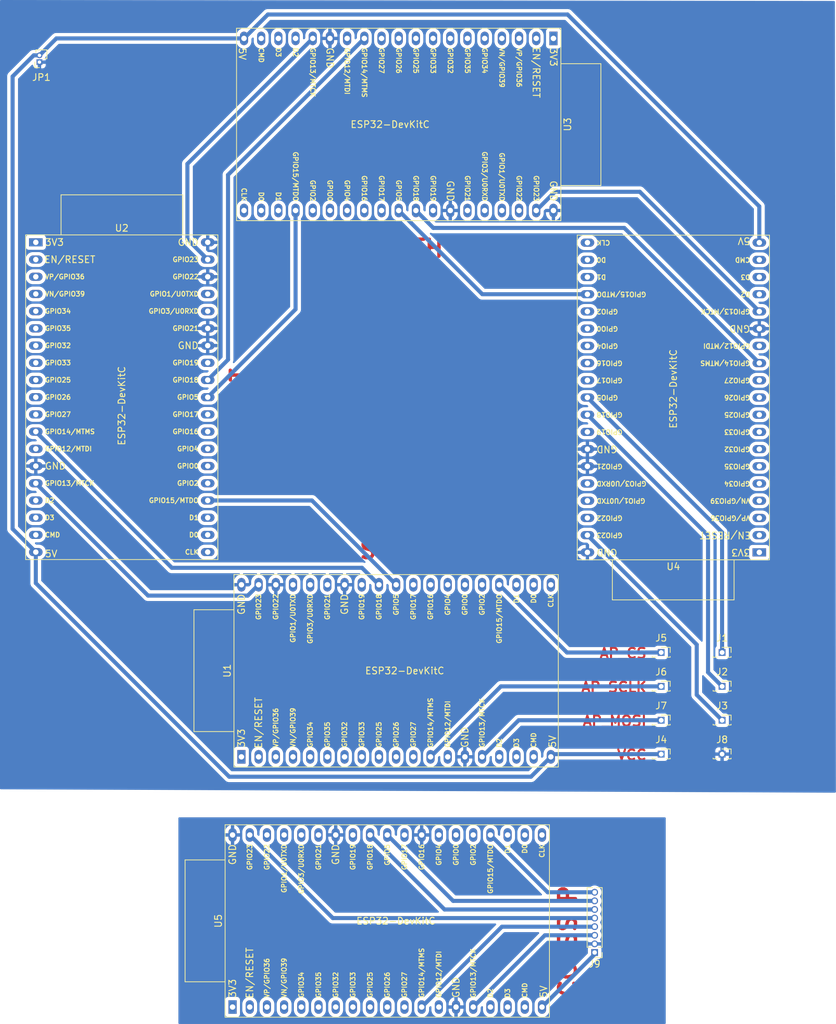
<source format=kicad_pcb>
(kicad_pcb (version 20240108) (generator "pcbnew") (generator_version "8.0")
  (layers (0 "F.Cu" signal) (31 "B.Cu" signal) (34 "B.Paste" user) (35 "F.Paste" user) (36 "B.SilkS" user "B.Silkscreen") (37 "F.SilkS" user "F.Silkscreen") (38 "B.Mask" user) (39 "F.Mask" user) (44 "Edge.Cuts" user))
  (net 0 "")
  (net 1 "GND")
  (net 2 "/main/VCC")
  (net 3 "/main/B4_CS")
  (net 4 "/main/B5_CS")
  (net 5 "/main/B5_SCLK")
  (net 6 "/main/B4_SCLK")
  (net 7 "/main/B4_MOSI")
  (net 9 "/main/B5_MOSI")
  (net 18 "/main/B1_MOSI")
  (net 24 "/main/B1_CS")
  (net 25 "/main/B1_SCLK")
  (net 51 "/main/B2_CS")
  (net 54 "/main/B2_MOSI")
  (net 67 "/main/B2_SCLK")
  (net 72 "/main/B3_SCLK")
  (net 73 "/main/B3_MOSI")
  (net 80 "/main/B3_CS")
  (net 126 "/ap/B4_CS")
  (net 127 "/ap/B5_CS")
  (net 128 "/ap/B4_SCLK")
  (net 129 "/ap/B5_SCLK")
  (net 130 "/ap/B4_MOSI")
  (net 131 "/ap/B5_MOSI")
  (net 132 "/ap/VCC")
  (net 160 "GND1")
  (footprint "Connector_PinSocket_1.27mm:PinSocket_1x01_P1.27mm_Vertical" (layer "F.Cu") (at 109.83 113.67)
    (property "Reference" "J6")
    (property "Value" "Conn_01x01_Pin")
  )
  (footprint "Connector_PinSocket_1.27mm:PinSocket_1x01_P1.27mm_Vertical" (layer "F.Cu") (at 118.83 108.67)
    (property "Reference" "J1")
    (property "Value" "Conn_01x01_Pin")
  )
  (footprint "PCM_Espressif:ESP32-DevKitC" (layer "F.Cu") (at 124.33 93.89 180)
    (property "Reference" "U4")
    (property "Value" "ESP32-DevKitC")
  )
  (footprint "Connector_PinSocket_1.27mm:PinSocket_1x01_P1.27mm_Vertical" (layer "F.Cu") (at 118.83 123.67)
    (property "Reference" "J8")
    (property "Value" "Conn_01x01_Pin")
  )
  (footprint "Connector_PinSocket_1.27mm:PinSocket_1x01_P1.27mm_Vertical" (layer "F.Cu") (at 109.83 108.67)
    (property "Reference" "J5")
    (property "Value" "Conn_01x01_Pin")
  )
  (footprint "Connector_PinHeader_1.27mm:PinHeader_1x08_P1.27mm_Vertical" (layer "F.Cu") (at 100 152.95 180)
    (property "Reference" "J9")
    (property "Value" "Conn_01x08")
  )
  (footprint "PCM_Espressif:ESP32-DevKitC" (layer "F.Cu") (at 47.81 124.07 90)
    (property "Reference" "U1")
    (property "Value" "ESP32-DevKitC")
  )
  (footprint "Connector_PinSocket_1.27mm:PinSocket_1x01_P1.27mm_Vertical" (layer "F.Cu") (at 118.83 113.67)
    (property "Reference" "J2")
    (property "Value" "Conn_01x01_Pin")
  )
  (footprint "PCM_Espressif:ESP32-DevKitC" (layer "F.Cu") (at 93.91 18.03 -90)
    (property "Reference" "U3")
    (property "Value" "ESP32-DevKitC")
  )
  (footprint "Connector_PinSocket_1.27mm:PinSocket_1x01_P1.27mm_Vertical" (layer "F.Cu") (at 118.83 118.67)
    (property "Reference" "J3")
    (property "Value" "Conn_01x01_Pin")
  )
  (footprint "PCM_Espressif:ESP32-DevKitC" (layer "F.Cu") (at 17.43 48.13)
    (property "Reference" "U2")
    (property "Value" "ESP32-DevKitC")
  )
  (footprint "Connector_PinSocket_1.00mm:PinSocket_1x02_P1.00mm_Vertical" (layer "F.Cu") (at 17.97 21.53 180)
    (property "Reference" "JP1")
    (property "Value" "Jumper_2_Open")
  )
  (footprint "Connector_PinSocket_1.27mm:PinSocket_1x01_P1.27mm_Vertical" (layer "F.Cu") (at 109.83 123.67)
    (property "Reference" "J4")
    (property "Value" "Conn_01x01_Pin")
  )
  (footprint "PCM_Espressif:ESP32-DevKitC" (layer "F.Cu") (at 46.5 161 90)
    (property "Reference" "U5")
    (property "Value" "ESP32-DevKitC")
  )
  (footprint "Connector_PinSocket_1.27mm:PinSocket_1x01_P1.27mm_Vertical" (layer "F.Cu") (at 109.83 118.67)
    (property "Reference" "J7")
    (property "Value" "Conn_01x01_Pin")
  )
  (gr_text "AP_MOSI" (at 107.83 119.67 0) (layer "F.Cu") (effects (font (size 1.5 1.5) (thickness 0.3) (bold yes)) (justify right bottom)))
  (gr_text "VCC" (at 20.47 17.53 0) (layer "F.Cu") (effects (font (size 1.5 1.5) (thickness 0.3) (bold yes)) (justify right bottom)))
  (gr_text "AP_CS" (at 107.83 109.67 0) (layer "F.Cu") (effects (font (size 1.5 1.5) (thickness 0.3) (bold yes)) (justify right bottom)))
  (gr_text "NORTH" (at 65 50.5 0) (layer "F.Cu") (effects (font (size 2.5 2.5) (thickness 0.5)) (justify left bottom)))
  (gr_text "ACCESS POINT" (at 97.5 162 90) (layer "F.Cu") (effects (font (size 2.5 2.5) (thickness 0.5) (bold yes)) (justify left bottom)))
  (gr_text "AP_SCLK" (at 107.83 114.67 0) (layer "F.Cu") (effects (font (size 1.5 1.5) (thickness 0.3) (bold yes)) (justify right bottom)))
  (gr_text "EAST" (at 92 67 -90) (layer "F.Cu") (effects (font (size 2.5 2.5) (thickness 0.5) (bold yes)) (justify left bottom)))
  (gr_text "WEST" (at 49 76.5 90) (layer "F.Cu") (effects (font (size 2.5 2.5) (thickness 0.5) (bold yes)) (justify left bottom)))
  (gr_text "SOUTH_CS" (at 121 110 0) (layer "F.Cu") (effects (font (size 1.5 1.5) (thickness 0.3) (bold yes)) (justify left bottom)))
  (gr_text "GND" (at 15.97 26.53 0) (layer "F.Cu") (effects (font (size 1.5 1.5) (thickness 0.3) (bold yes)) (justify left bottom)))
  (gr_text "VCC\nGND\nSOUTH_MOSI\nSOUTH_SCLK\nAP_MOSI\nAP_SCLK\nAP_CS\nSOUTH_CS" (at 101.5 143.5 180) (layer "F.Cu") (effects (font (size 0.8 0.8) (thickness 0.125) (bold yes)) (justify right bottom)))
  (gr_text "SOUTH_SCLK" (at 121 115 0) (layer "F.Cu") (effects (font (size 1.5 1.5) (thickness 0.3) (bold yes)) (justify left bottom)))
  (gr_text "VCC" (at 107.83 124.67 0) (layer "F.Cu") (effects (font (size 1.5 1.5) (thickness 0.3) (bold yes)) (justify right bottom)))
  (gr_text "SOUTH" (at 65 95 0) (layer "F.Cu") (effects (font (size 2.5 2.5) (thickness 0.5) (bold yes)) (justify left bottom)))
  (gr_text "GND" (at 120.83 124.67 0) (layer "F.Cu") (effects (font (size 1.5 1.5) (thickness 0.3) (bold yes)) (justify left bottom)))
  (gr_text "SOUTH_MOSI" (at 121 120 0) (layer "F.Cu") (effects (font (size 1.5 1.5) (thickness 0.3) (bold yes)) (justify left bottom)))
  (segment (start 93.93 123.67) (end 93.53 124.07) (width 0.6) (layer "B.Cu") (net 2))
  (segment (start 14 23.65) (end 14 90.42) (width 0.6) (layer "B.Cu") (net 2))
  (segment (start 17.43 98.43) (end 46 127) (width 0.6) (layer "B.Cu") (net 2))
  (segment (start 20.47 18.03) (end 17.97 20.53) (width 0.6) (layer "B.Cu") (net 2))
  (segment (start 51.72 14.5) (end 48.19 18.03) (width 0.6) (layer "B.Cu") (net 2))
  (segment (start 17.97 20.53) (end 17.12 20.53) (width 0.6) (layer "B.Cu") (net 2))
  (segment (start 14 90.42) (end 17.43 93.85) (width 0.6) (layer "B.Cu") (net 2))
  (segment (start 109.83 123.67) (end 93.93 123.67) (width 0.6) (layer "B.Cu") (net 2))
  (segment (start 124.33 48.17) (end 124.33 42.83) (width 0.6) (layer "B.Cu") (net 2))
  (segment (start 90.6 127) (end 46 127) (width 0.6) (layer "B.Cu") (net 2))
  (segment (start 17.12 20.53) (end 14 23.65) (width 0.6) (layer "B.Cu") (net 2))
  (segment (start 124.33 42.83) (end 96 14.5) (width 0.6) (layer "B.Cu") (net 2))
  (segment (start 48.19 18.03) (end 20.47 18.03) (width 0.6) (layer "B.Cu") (net 2))
  (segment (start 93.53 124.07) (end 90.6 127) (width 0.6) (layer "B.Cu") (net 2))
  (segment (start 96 14.5) (end 51.72 14.5) (width 0.6) (layer "B.Cu") (net 2))
  (segment (start 17.43 93.85) (end 17.43 98.43) (width 0.6) (layer "B.Cu") (net 2))
  (segment (start 118.83 108.67) (end 118.83 90.93) (width 0.6) (layer "B.Cu") (net 3))
  (segment (start 118.83 90.93) (end 98.93 71.03) (width 0.6) (layer "B.Cu") (net 3))
  (segment (start 95.91 108.67) (end 85.91 98.67) (width 0.6) (layer "B.Cu") (net 4))
  (segment (start 109.83 108.67) (end 95.91 108.67) (width 0.6) (layer "B.Cu") (net 4))
  (segment (start 86.15 113.67) (end 75.75 124.07) (width 0.6) (layer "B.Cu") (net 5))
  (segment (start 109.83 113.67) (end 86.15 113.67) (width 0.6) (layer "B.Cu") (net 5))
  (segment (start 116.754365 91.394365) (end 98.93 73.57) (width 0.6) (layer "B.Cu") (net 6))
  (segment (start 116.754365 111.594365) (end 116.754365 91.394365) (width 0.6) (layer "B.Cu") (net 6))
  (segment (start 118.83 113.67) (end 116.754365 111.594365) (width 0.6) (layer "B.Cu") (net 6))
  (segment (start 115.08 107.5) (end 115.08 114.92) (width 0.6) (layer "B.Cu") (net 7))
  (segment (start 98.93 91.35) (end 115.08 107.5) (width 0.6) (layer "B.Cu") (net 7))
  (segment (start 115.08 114.92) (end 118.83 118.67) (width 0.6) (layer "B.Cu") (net 7))
  (segment (start 109.83 118.67) (end 88.77 118.67) (width 0.6) (layer "B.Cu") (net 9))
  (segment (start 88.77 118.67) (end 83.37 124.07) (width 0.6) (layer "B.Cu") (net 9))
  (segment (start 48.75 100.27) (end 50.35 98.67) (width 0.6) (layer "B.Cu") (net 18))
  (segment (start 34.01 100.27) (end 48.75 100.27) (width 0.6) (layer "B.Cu") (net 18))
  (segment (start 17.43 83.69) (end 34.01 100.27) (width 0.6) (layer "B.Cu") (net 18))
  (segment (start 70.67 98.67) (end 58.23 86.23) (width 0.6) (layer "B.Cu") (net 24))
  (segment (start 58.23 86.23) (end 42.83 86.23) (width 0.6) (layer "B.Cu") (net 24))
  (segment (start 37.53 96.17) (end 65.63 96.17) (width 0.6) (layer "B.Cu") (net 25))
  (segment (start 65.63 96.17) (end 68.13 98.67) (width 0.6) (layer "B.Cu") (net 25))
  (segment (start 17.43 76.07) (end 37.53 96.17) (width 0.6) (layer "B.Cu") (net 25))
  (segment (start 55.81 58.01) (end 55.81 43.43) (width 0.6) (layer "B.Cu") (net 51))
  (segment (start 42.83 70.99) (end 55.81 58.01) (width 0.6) (layer "B.Cu") (net 51))
  (segment (start 39.83 47.67) (end 42.83 50.67) (width 0.6) (layer "B.Cu") (net 54))
  (segment (start 39.83 36.55) (end 39.83 47.67) (width 0.6) (layer "B.Cu") (net 54))
  (segment (start 58.35 18.03) (end 39.83 36.55) (width 0.6) (layer "B.Cu") (net 54))
  (segment (start 45.83 38.17) (end 45.83 65.45) (width 0.6) (layer "B.Cu") (net 67))
  (segment (start 45.83 65.45) (end 42.83 68.45) (width 0.6) (layer "B.Cu") (net 67))
  (segment (start 65.97 18.03) (end 45.83 38.17) (width 0.6) (layer "B.Cu") (net 67))
  (segment (start 73.59 43.43) (end 76.16 46) (width 0.6) (layer "B.Cu") (net 72))
  (segment (start 76.16 46) (end 104.38 46) (width 0.6) (layer "B.Cu") (net 72))
  (segment (start 104.38 46) (end 124.33 65.95) (width 0.6) (layer "B.Cu") (net 72))
  (segment (start 94.13 40.67) (end 91.37 43.43) (width 0.6) (layer "B.Cu") (net 73))
  (segment (start 124.33 58.33) (end 106.67 40.67) (width 0.6) (layer "B.Cu") (net 73))
  (segment (start 106.67 40.67) (end 94.13 40.67) (width 0.6) (layer "B.Cu") (net 73))
  (segment (start 71.05 43.43) (end 83.41 55.79) (width 0.6) (layer "B.Cu") (net 80))
  (segment (start 83.41 55.79) (end 98.93 55.79) (width 0.6) (layer "B.Cu") (net 80))
  (segment (start 93.06 144.06) (end 100 144.06) (width 0.6) (layer "B.Cu") (net 126))
  (segment (start 84.6 135.6) (end 93.06 144.06) (width 0.6) (layer "B.Cu") (net 126))
  (segment (start 79.09 145.33) (end 69.36 135.6) (width 0.6) (layer "B.Cu") (net 127))
  (segment (start 100 145.33) (end 79.09 145.33) (width 0.6) (layer "B.Cu") (net 127))
  (segment (start 100 149.14) (end 86.3 149.14) (width 0.6) (layer "B.Cu") (net 128))
  (segment (start 86.3 149.14) (end 74.44 161) (width 0.6) (layer "B.Cu") (net 128))
  (segment (start 77.82 146.6) (end 66.82 135.6) (width 0.6) (layer "B.Cu") (net 129))
  (segment (start 100 146.6) (end 77.82 146.6) (width 0.6) (layer "B.Cu") (net 129))
  (segment (start 92.65 150.41) (end 82.06 161) (width 0.6) (layer "B.Cu") (net 130))
  (segment (start 100 150.41) (end 92.65 150.41) (width 0.6) (layer "B.Cu") (net 130))
  (segment (start 61.31 147.87) (end 49.04 135.6) (width 0.6) (layer "B.Cu") (net 131))
  (segment (start 100 147.87) (end 61.31 147.87) (width 0.6) (layer "B.Cu") (net 131))
  (segment (start 100 153.22) (end 92.22 161) (width 0.6) (layer "B.Cu") (net 132))
  (segment (start 100 152.95) (end 100 153.22) (width 0.6) (layer "B.Cu") (net 132))
  (zone (net 1) (net_name "GND") (layer "B.Cu") (connect_pads (clearance 0.5)) (min_thickness 0.25) (fill yes (thermal_gap 0.5) (thermal_bridge_width 0.5))
    (polygon (pts (xy 12.14 12.36) (xy 135.5 12.5) (xy 135.64 129.36) (xy 12.14 128.86)))
  )
  (zone (net 160) (net_name "GND1") (layer "B.Cu") (priority 1) (connect_pads (clearance 0.5)) (min_thickness 0.25) (fill yes (thermal_gap 0.5) (thermal_bridge_width 0.5))
    (polygon (pts (xy 38.5 133) (xy 110.5 133) (xy 110.5 163.5) (xy 38.5 163.5)))
  )
)
</source>
